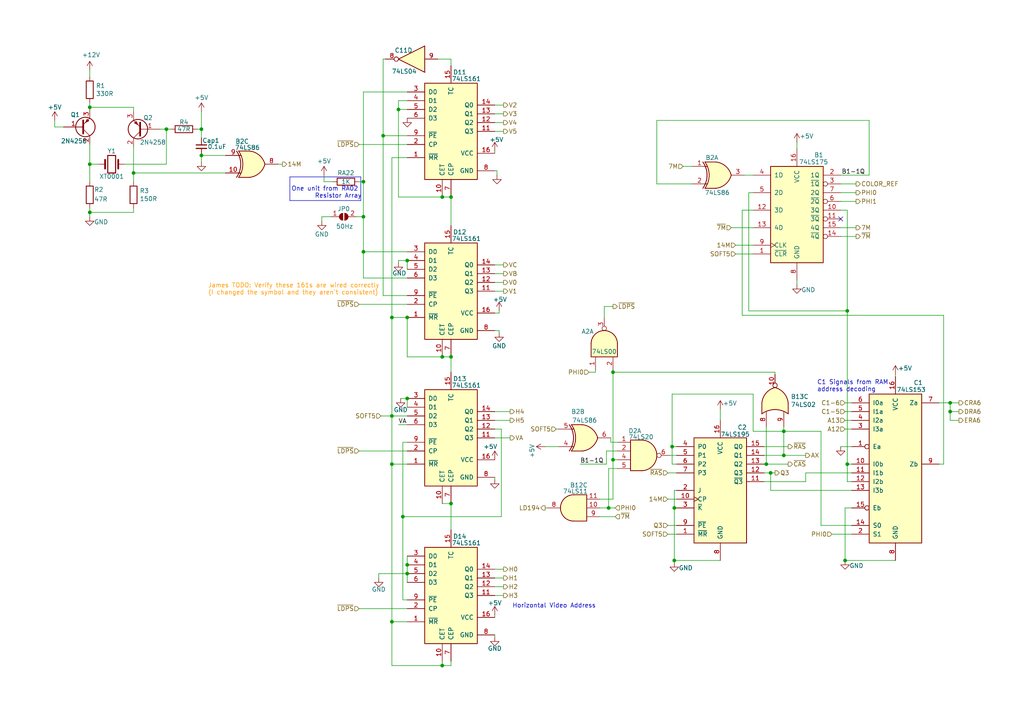
<source format=kicad_sch>
(kicad_sch (version 20230121) (generator eeschema)
  (paper "A4")
  (title_block (title "Apple II+ Schematic") (rev "0") (comment 1 "Captured from the Apple II Reference Manual (1979)"))
  (lib_symbols
    (symbol "74LS161_2" (pin_names (offset 1.016))
      (property "Reference" "U" (at -7.62 15.24 0))
      (property "Value" "74LS161" (at 8.89 -17.78 0))
      (symbol "74LS161_2_1_0"
        (pin input line (at -12.7 -7.62 0) (length 5.08) (name "~{MR}") (number "1"))
        (pin input line (at -2.54 -19.05 90) (length 5.08) (name "CET") (number "10"))
        (pin output line (at 12.7 0 180) (length 5.08) (name "Q3") (number "11"))
        (pin output line (at 12.7 2.54 180) (length 5.08) (name "Q2") (number "12"))
        (pin output line (at 12.7 5.08 180) (length 5.08) (name "Q1") (number "13"))
        (pin output line (at 12.7 7.62 180) (length 5.08) (name "Q0") (number "14"))
        (pin output line (at 0 19.05 270) (length 5.08) (name "TC") (number "15"))
        (pin power_in line (at 12.7 -6.35 180) (length 5.08) (name "VCC") (number "16"))
        (pin input line (at -12.7 -3.81 0) (length 5.08) (name "CP") (number "2"))
        (pin input line (at -12.7 11.43 0) (length 5.08) (name "D0") (number "3"))
        (pin input line (at -12.7 8.89 0) (length 5.08) (name "D1") (number "4"))
        (pin input line (at -12.7 6.35 0) (length 5.08) (name "D2") (number "5"))
        (pin input line (at -12.7 3.81 0) (length 5.08) (name "D3") (number "6"))
        (pin input line (at 0 -19.05 90) (length 5.08) (name "CEP") (number "7"))
        (pin power_in line (at 12.7 -11.43 180) (length 5.08) (name "GND") (number "8"))
        (pin input line (at -12.7 -1.27 0) (length 5.08) (name "~{PE}") (number "9"))
      )
    )
    (symbol "74LS161_3" (pin_names (offset 1.016))
      (property "Reference" "U" (at -7.62 15.24 0))
      (property "Value" "74LS161" (at 8.89 -17.78 0))
      (symbol "74LS161_3_1_0"
        (pin input line (at -12.7 -7.62 0) (length 5.08) (name "~{MR}") (number "1"))
        (pin input line (at -2.54 -19.05 90) (length 5.08) (name "CET") (number "10"))
        (pin output line (at 12.7 0 180) (length 5.08) (name "Q3") (number "11"))
        (pin output line (at 12.7 2.54 180) (length 5.08) (name "Q2") (number "12"))
        (pin output line (at 12.7 5.08 180) (length 5.08) (name "Q1") (number "13"))
        (pin output line (at 12.7 7.62 180) (length 5.08) (name "Q0") (number "14"))
        (pin output line (at 0 19.05 270) (length 5.08) (name "TC") (number "15"))
        (pin power_in line (at 12.7 -6.35 180) (length 5.08) (name "VCC") (number "16"))
        (pin input line (at -12.7 -3.81 0) (length 5.08) (name "CP") (number "2"))
        (pin input line (at -12.7 11.43 0) (length 5.08) (name "D0") (number "3"))
        (pin input line (at -12.7 8.89 0) (length 5.08) (name "D1") (number "4"))
        (pin input line (at -12.7 6.35 0) (length 5.08) (name "D2") (number "5"))
        (pin input line (at -12.7 3.81 0) (length 5.08) (name "D3") (number "6"))
        (pin input line (at 0 -19.05 90) (length 5.08) (name "CEP") (number "7"))
        (pin power_in line (at 12.7 -11.43 180) (length 5.08) (name "GND") (number "8"))
        (pin input line (at -12.7 -1.27 0) (length 5.08) (name "~{PE}") (number "9"))
      )
    )
    (symbol "74xx:74LS00" (pin_names (offset 1.016))
      (property "Reference" "U" (at 0 1.27 0))
      (property "Value" "74LS00" (at 0 -1.27 0))
      (symbol "74LS00_1_1"
        (pin input line (at -7.62 2.54 0) (length 3.81) (name "~") (number "1"))
        (pin input line (at -7.62 -2.54 0) (length 3.81) (name "~") (number "2"))
        (pin output inverted (at 7.62 0 180) (length 3.81) (name "~") (number "3"))
      )
      (symbol "74LS00_1_2"
        (pin input inverted (at -7.62 2.54 0) (length 4.318) (name "~") (number "1"))
        (pin input inverted (at -7.62 -2.54 0) (length 4.318) (name "~") (number "2"))
        (pin output line (at 7.62 0 180) (length 3.81) (name "~") (number "3"))
      )
      (symbol "74LS00_2_1"
        (pin input line (at -7.62 2.54 0) (length 3.81) (name "~") (number "4"))
        (pin input line (at -7.62 -2.54 0) (length 3.81) (name "~") (number "5"))
        (pin output inverted (at 7.62 0 180) (length 3.81) (name "~") (number "6"))
      )
      (symbol "74LS00_2_2"
        (pin input inverted (at -7.62 2.54 0) (length 4.318) (name "~") (number "4"))
        (pin input inverted (at -7.62 -2.54 0) (length 4.318) (name "~") (number "5"))
        (pin output line (at 7.62 0 180) (length 3.81) (name "~") (number "6"))
      )
      (symbol "74LS00_3_1"
        (pin input line (at -7.62 -2.54 0) (length 3.81) (name "~") (number "10"))
        (pin output inverted (at 7.62 0 180) (length 3.81) (name "~") (number "8"))
        (pin input line (at -7.62 2.54 0) (length 3.81) (name "~") (number "9"))
      )
      (symbol "74LS00_3_2"
        (pin input inverted (at -7.62 -2.54 0) (length 4.318) (name "~") (number "10"))
        (pin output line (at 7.62 0 180) (length 3.81) (name "~") (number "8"))
        (pin input inverted (at -7.62 2.54 0) (length 4.318) (name "~") (number "9"))
      )
      (symbol "74LS00_4_1"
        (pin output inverted (at 7.62 0 180) (length 3.81) (name "~") (number "11"))
        (pin input line (at -7.62 2.54 0) (length 3.81) (name "~") (number "12"))
        (pin input line (at -7.62 -2.54 0) (length 3.81) (name "~") (number "13"))
      )
      (symbol "74LS00_4_2"
        (pin output line (at 7.62 0 180) (length 3.81) (name "~") (number "11"))
        (pin input inverted (at -7.62 2.54 0) (length 4.318) (name "~") (number "12"))
        (pin input inverted (at -7.62 -2.54 0) (length 4.318) (name "~") (number "13"))
      )
      (symbol "74LS00_5_0"
        (pin power_in line (at 0 12.7 270) (length 5.08) (name "VCC") (number "14"))
        (pin power_in line (at 0 -12.7 90) (length 5.08) (name "GND") (number "7"))
      )
    )
    (symbol "74xx:74LS02" (pin_names (offset 1.016))
      (property "Reference" "U" (at 0 1.27 0))
      (property "Value" "74LS02" (at 0 -1.27 0))
      (symbol "74LS02_1_1"
        (pin output inverted (at 7.62 0 180) (length 3.81) (name "~") (number "1"))
        (pin input line (at -7.62 2.54 0) (length 4.318) (name "~") (number "2"))
        (pin input line (at -7.62 -2.54 0) (length 4.318) (name "~") (number "3"))
      )
      (symbol "74LS02_1_2"
        (pin output line (at 7.62 0 180) (length 3.81) (name "~") (number "1"))
        (pin input inverted (at -7.62 2.54 0) (length 3.81) (name "~") (number "2"))
        (pin input inverted (at -7.62 -2.54 0) (length 3.81) (name "~") (number "3"))
      )
      (symbol "74LS02_2_1"
        (pin output inverted (at 7.62 0 180) (length 3.81) (name "~") (number "4"))
        (pin input line (at -7.62 2.54 0) (length 4.318) (name "~") (number "5"))
        (pin input line (at -7.62 -2.54 0) (length 4.318) (name "~") (number "6"))
      )
      (symbol "74LS02_2_2"
        (pin output line (at 7.62 0 180) (length 3.81) (name "~") (number "4"))
        (pin input inverted (at -7.62 2.54 0) (length 3.81) (name "~") (number "5"))
        (pin input inverted (at -7.62 -2.54 0) (length 3.81) (name "~") (number "6"))
      )
      (symbol "74LS02_3_1"
        (pin output inverted (at 7.62 0 180) (length 3.81) (name "~") (number "10"))
        (pin input line (at -7.62 2.54 0) (length 4.318) (name "~") (number "8"))
        (pin input line (at -7.62 -2.54 0) (length 4.318) (name "~") (number "9"))
      )
      (symbol "74LS02_3_2"
        (pin output line (at 7.62 0 180) (length 3.81) (name "~") (number "10"))
        (pin input inverted (at -7.62 2.54 0) (length 3.81) (name "~") (number "8"))
        (pin input inverted (at -7.62 -2.54 0) (length 3.81) (name "~") (number "9"))
      )
      (symbol "74LS02_4_1"
        (pin input line (at -7.62 2.54 0) (length 4.318) (name "~") (number "11"))
        (pin input line (at -7.62 -2.54 0) (length 4.318) (name "~") (number "12"))
        (pin output inverted (at 7.62 0 180) (length 3.81) (name "~") (number "13"))
      )
      (symbol "74LS02_4_2"
        (pin input inverted (at -7.62 2.54 0) (length 3.81) (name "~") (number "11"))
        (pin input inverted (at -7.62 -2.54 0) (length 3.81) (name "~") (number "12"))
        (pin output line (at 7.62 0 180) (length 3.81) (name "~") (number "13"))
      )
      (symbol "74LS02_5_0"
        (pin power_in line (at 0 12.7 270) (length 5.08) (name "VCC") (number "14"))
        (pin power_in line (at 0 -12.7 90) (length 5.08) (name "GND") (number "7"))
      )
    )
    (symbol "74xx:74LS04"
      (property "Reference" "U" (at 0 1.27 0))
      (property "Value" "74LS04" (at 0 -1.27 0))
      (symbol "74LS04_1_0"
        (pin input line (at -7.62 0 0) (length 3.81) (name "~") (number "1"))
        (pin output inverted (at 7.62 0 180) (length 3.81) (name "~") (number "2"))
      )
      (symbol "74LS04_2_0"
        (pin input line (at -7.62 0 0) (length 3.81) (name "~") (number "3"))
        (pin output inverted (at 7.62 0 180) (length 3.81) (name "~") (number "4"))
      )
      (symbol "74LS04_3_0"
        (pin input line (at -7.62 0 0) (length 3.81) (name "~") (number "5"))
        (pin output inverted (at 7.62 0 180) (length 3.81) (name "~") (number "6"))
      )
      (symbol "74LS04_4_0"
        (pin output inverted (at 7.62 0 180) (length 3.81) (name "~") (number "8"))
        (pin input line (at -7.62 0 0) (length 3.81) (name "~") (number "9"))
      )
      (symbol "74LS04_5_0"
        (pin output inverted (at 7.62 0 180) (length 3.81) (name "~") (number "10"))
        (pin input line (at -7.62 0 0) (length 3.81) (name "~") (number "11"))
      )
      (symbol "74LS04_6_0"
        (pin output inverted (at 7.62 0 180) (length 3.81) (name "~") (number "12"))
        (pin input line (at -7.62 0 0) (length 3.81) (name "~") (number "13"))
      )
      (symbol "74LS04_7_0"
        (pin power_in line (at 0 12.7 270) (length 5.08) (name "VCC") (number "14"))
        (pin power_in line (at 0 -12.7 90) (length 5.08) (name "GND") (number "7"))
      )
    )
    (symbol "74xx:74LS11" (pin_names (offset 1.016))
      (property "Reference" "U" (at 0 1.27 0))
      (property "Value" "74LS11" (at 0 -1.27 0))
      (symbol "74LS11_1_1"
        (pin input line (at -7.62 2.54 0) (length 3.81) (name "~") (number "1"))
        (pin output line (at 7.62 0 180) (length 3.81) (name "~") (number "12"))
        (pin input line (at -7.62 -2.54 0) (length 3.81) (name "~") (number "13"))
        (pin input line (at -7.62 0 0) (length 3.81) (name "~") (number "2"))
      )
      (symbol "74LS11_1_2"
        (pin input inverted (at -7.62 2.54 0) (length 4.318) (name "~") (number "1"))
        (pin output inverted (at 7.62 0 180) (length 3.81) (name "~") (number "12"))
        (pin input inverted (at -7.62 -2.54 0) (length 4.318) (name "~") (number "13"))
        (pin input inverted (at -7.62 0 0) (length 4.953) (name "~") (number "2"))
      )
      (symbol "74LS11_2_1"
        (pin input line (at -7.62 2.54 0) (length 3.81) (name "~") (number "3"))
        (pin input line (at -7.62 0 0) (length 3.81) (name "~") (number "4"))
        (pin input line (at -7.62 -2.54 0) (length 3.81) (name "~") (number "5"))
        (pin output line (at 7.62 0 180) (length 3.81) (name "~") (number "6"))
      )
      (symbol "74LS11_2_2"
        (pin input inverted (at -7.62 2.54 0) (length 4.318) (name "~") (number "3"))
        (pin input inverted (at -7.62 0 0) (length 4.953) (name "~") (number "4"))
        (pin input inverted (at -7.62 -2.54 0) (length 4.318) (name "~") (number "5"))
        (pin output inverted (at 7.62 0 180) (length 3.81) (name "~") (number "6"))
      )
      (symbol "74LS11_3_1"
        (pin input line (at -7.62 0 0) (length 3.81) (name "~") (number "10"))
        (pin input line (at -7.62 -2.54 0) (length 3.81) (name "~") (number "11"))
        (pin output line (at 7.62 0 180) (length 3.81) (name "~") (number "8"))
        (pin input line (at -7.62 2.54 0) (length 3.81) (name "~") (number "9"))
      )
      (symbol "74LS11_3_2"
        (pin input inverted (at -7.62 0 0) (length 4.953) (name "~") (number "10"))
        (pin input inverted (at -7.62 -2.54 0) (length 4.318) (name "~") (number "11"))
        (pin output inverted (at 7.62 0 180) (length 3.81) (name "~") (number "8"))
        (pin input inverted (at -7.62 2.54 0) (length 4.318) (name "~") (number "9"))
      )
      (symbol "74LS11_4_0"
        (pin power_in line (at 0 12.7 270) (length 5.08) (name "VCC") (number "14"))
        (pin power_in line (at 0 -12.7 90) (length 5.08) (name "GND") (number "7"))
      )
    )
    (symbol "74xx:74LS153" (pin_names (offset 1.016))
      (property "Reference" "U" (at -7.62 21.59 0))
      (property "Value" "74LS153" (at -7.62 -24.13 0))
      (symbol "74LS153_1_0"
        (pin input inverted (at -12.7 5.08 0) (length 5.08) (name "Ea") (number "1"))
        (pin input line (at -12.7 0 0) (length 5.08) (name "I0b") (number "10"))
        (pin input line (at -12.7 -2.54 0) (length 5.08) (name "I1b") (number "11"))
        (pin input line (at -12.7 -5.08 0) (length 5.08) (name "I2b") (number "12"))
        (pin input line (at -12.7 -7.62 0) (length 5.08) (name "I3b") (number "13"))
        (pin input line (at -12.7 -17.78 0) (length 5.08) (name "S0") (number "14"))
        (pin input inverted (at -12.7 -12.7 0) (length 5.08) (name "Eb") (number "15"))
        (pin power_in line (at 0 25.4 270) (length 5.08) (name "VCC") (number "16"))
        (pin input line (at -12.7 -20.32 0) (length 5.08) (name "S1") (number "2"))
        (pin input line (at -12.7 10.16 0) (length 5.08) (name "I3a") (number "3"))
        (pin input line (at -12.7 12.7 0) (length 5.08) (name "I2a") (number "4"))
        (pin input line (at -12.7 15.24 0) (length 5.08) (name "I1a") (number "5"))
        (pin input line (at -12.7 17.78 0) (length 5.08) (name "I0a") (number "6"))
        (pin output line (at 12.7 17.78 180) (length 5.08) (name "Za") (number "7"))
        (pin power_in line (at 0 -27.94 90) (length 5.08) (name "GND") (number "8"))
        (pin output line (at 12.7 0 180) (length 5.08) (name "Zb") (number "9"))
      )
    )
    (symbol "74xx:74LS195" (pin_names (offset 1.016))
      (property "Reference" "U" (at -7.62 16.51 0))
      (property "Value" "74LS195" (at -7.62 -16.51 0))
      (symbol "74LS195_1_0"
        (pin input line (at -12.7 -12.7 0) (length 5.08) (name "~{MR}") (number "1"))
        (pin input clock (at -12.7 -2.54 0) (length 5.08) (name "CP") (number "10"))
        (pin output line (at 12.7 2.54 180) (length 5.08) (name "~{Q3}") (number "11"))
        (pin output line (at 12.7 5.08 180) (length 5.08) (name "Q3") (number "12"))
        (pin output line (at 12.7 7.62 180) (length 5.08) (name "Q2") (number "13"))
        (pin output line (at 12.7 10.16 180) (length 5.08) (name "Q1") (number "14"))
        (pin output line (at 12.7 12.7 180) (length 5.08) (name "Q0") (number "15"))
        (pin power_in line (at 0 20.32 270) (length 5.08) (name "VCC") (number "16"))
        (pin input line (at -12.7 0 0) (length 5.08) (name "J") (number "2"))
        (pin input line (at -12.7 -5.08 0) (length 5.08) (name "~{K}") (number "3"))
        (pin input line (at -12.7 12.7 0) (length 5.08) (name "P0") (number "4"))
        (pin input line (at -12.7 10.16 0) (length 5.08) (name "P1") (number "5"))
        (pin input line (at -12.7 7.62 0) (length 5.08) (name "P2") (number "6"))
        (pin input line (at -12.7 5.08 0) (length 5.08) (name "P3") (number "7"))
        (pin power_in line (at 0 -20.32 90) (length 5.08) (name "GND") (number "8"))
        (pin input line (at -12.7 -10.16 0) (length 5.08) (name "~{PE}") (number "9"))
      )
    )
    (symbol "74xx:74LS20" (pin_names (offset 1.016))
      (property "Reference" "U" (at 0 1.27 0))
      (property "Value" "74LS20" (at 0 -1.27 0))
      (symbol "74LS20_1_1"
        (pin input line (at -7.62 3.81 0) (length 3.81) (name "~") (number "1"))
        (pin input line (at -7.62 1.27 0) (length 3.81) (name "~") (number "2"))
        (pin input line (at -7.62 -1.27 0) (length 3.81) (name "~") (number "4"))
        (pin input line (at -7.62 -3.81 0) (length 3.81) (name "~") (number "5"))
        (pin output inverted (at 7.62 0 180) (length 3.81) (name "~") (number "6"))
      )
      (symbol "74LS20_1_2"
        (pin input inverted (at -7.62 3.81 0) (length 3.81) (name "~") (number "1"))
        (pin input inverted (at -7.62 1.27 0) (length 4.826) (name "~") (number "2"))
        (pin input inverted (at -7.62 -1.27 0) (length 4.826) (name "~") (number "4"))
        (pin input inverted (at -7.62 -3.81 0) (length 3.81) (name "~") (number "5"))
        (pin output line (at 7.62 0 180) (length 3.81) (name "~") (number "6"))
      )
      (symbol "74LS20_2_1"
        (pin input line (at -7.62 1.27 0) (length 3.81) (name "~") (number "10"))
        (pin input line (at -7.62 -1.27 0) (length 3.81) (name "~") (number "12"))
        (pin input line (at -7.62 -3.81 0) (length 3.81) (name "~") (number "13"))
        (pin output inverted (at 7.62 0 180) (length 3.81) (name "~") (number "8"))
        (pin input line (at -7.62 3.81 0) (length 3.81) (name "~") (number "9"))
      )
      (symbol "74LS20_2_2"
        (pin input inverted (at -7.62 1.27 0) (length 4.826) (name "~") (number "10"))
        (pin input inverted (at -7.62 -1.27 0) (length 4.826) (name "~") (number "12"))
        (pin input inverted (at -7.62 -3.81 0) (length 3.81) (name "~") (number "13"))
        (pin output line (at 7.62 0 180) (length 3.81) (name "~") (number "8"))
        (pin input inverted (at -7.62 3.81 0) (length 3.81) (name "~") (number "9"))
      )
      (symbol "74LS20_3_0"
        (pin power_in line (at 0 12.7 270) (length 5.08) (name "VCC") (number "14"))
        (pin power_in line (at 0 -12.7 90) (length 5.08) (name "GND") (number "7"))
      )
    )
    (symbol "74xx:74LS86" (pin_names (offset 1.016))
      (property "Reference" "U" (at 0 1.27 0))
      (property "Value" "74LS86" (at 0 -1.27 0))
      (symbol "74LS86_1_0"
        (pin input line (at -7.62 2.54 0) (length 4.445) (name "~") (number "1"))
        (pin input line (at -7.62 -2.54 0) (length 4.445) (name "~") (number "2"))
        (pin output line (at 7.62 0 180) (length 3.81) (name "~") (number "3"))
      )
      (symbol "74LS86_2_0"
        (pin input line (at -7.62 2.54 0) (length 4.445) (name "~") (number "4"))
        (pin input line (at -7.62 -2.54 0) (length 4.445) (name "~") (number "5"))
        (pin output line (at 7.62 0 180) (length 3.81) (name "~") (number "6"))
      )
      (symbol "74LS86_3_0"
        (pin input line (at -7.62 -2.54 0) (length 4.445) (name "~") (number "10"))
        (pin output line (at 7.62 0 180) (length 3.81) (name "~") (number "8"))
        (pin input line (at -7.62 2.54 0) (length 4.445) (name "~") (number "9"))
      )
      (symbol "74LS86_4_0"
        (pin output line (at 7.62 0 180) (length 3.81) (name "~") (number "11"))
        (pin input line (at -7.62 2.54 0) (length 4.445) (name "~") (number "12"))
        (pin input line (at -7.62 -2.54 0) (length 4.445) (name "~") (number "13"))
      )
      (symbol "74LS86_5_0"
        (pin power_in line (at 0 12.7 270) (length 5.08) (name "VCC") (number "14"))
        (pin power_in line (at 0 -12.7 90) (length 5.08) (name "GND") (number "7"))
      )
    )
    (symbol "AppleII+:74LS161" (pin_names (offset 1.016))
      (property "Reference" "U" (at -7.62 15.24 0))
      (property "Value" "74LS161" (at 8.89 -17.78 0))
      (symbol "74LS161_1_0"
        (pin input line (at -12.7 -7.62 0) (length 5.08) (name "~{MR}") (number "1"))
        (pin input line (at -2.54 -19.05 90) (length 5.08) (name "CET") (number "10"))
        (pin output line (at 12.7 0 180) (length 5.08) (name "Q3") (number "11"))
        (pin output line (at 12.7 2.54 180) (length 5.08) (name "Q2") (number "12"))
        (pin output line (at 12.7 5.08 180) (length 5.08) (name "Q1") (number "13"))
        (pin output line (at 12.7 7.62 180) (length 5.08) (name "Q0") (number "14"))
        (pin output line (at 0 19.05 270) (length 5.08) (name "TC") (number "15"))
        (pin power_in line (at 12.7 -6.35 180) (length 5.08) (name "VCC") (number "16"))
        (pin input line (at -12.7 -3.81 0) (length 5.08) (name "CP") (number "2"))
        (pin input line (at -12.7 11.43 0) (length 5.08) (name "D0") (number "3"))
        (pin input line (at -12.7 8.89 0) (length 5.08) (name "D1") (number "4"))
        (pin input line (at -12.7 6.35 0) (length 5.08) (name "D2") (number "5"))
        (pin input line (at -12.7 3.81 0) (length 5.08) (name "D3") (number "6"))
        (pin input line (at 0 -19.05 90) (length 5.08) (name "CEP") (number "7"))
        (pin power_in line (at 12.7 -11.43 180) (length 5.08) (name "GND") (number "8"))
        (pin input line (at -12.7 -1.27 0) (length 5.08) (name "~{PE}") (number "9"))
      )
    )
    (symbol "AppleII+:74LS175" (pin_names (offset 1.016))
      (property "Reference" "U" (at -7.62 13.97 0))
      (property "Value" "74LS175" (at -7.62 -16.51 0))
      (symbol "74LS175_1_0"
        (pin input line (at -12.7 -12.7 0) (length 5.08) (name "~{CLR}") (number "1"))
        (pin output line (at 12.7 0 180) (length 5.08) (name "3Q") (number "10"))
        (pin output inverted (at 12.7 -2.54 180) (length 5.08) (name "~{3Q}") (number "11"))
        (pin input line (at -12.7 0 0) (length 5.08) (name "3D") (number "12"))
        (pin input line (at -12.7 -5.08 0) (length 5.08) (name "4D") (number "13"))
        (pin output inverted (at 12.7 -7.62 180) (length 5.08) (name "~{4Q}") (number "14"))
        (pin output line (at 12.7 -5.08 180) (length 5.08) (name "4Q") (number "15"))
        (pin power_in line (at 0 17.78 270) (length 5.08) (name "VCC") (number "16"))
        (pin output line (at 12.7 10.16 180) (length 5.08) (name "1Q") (number "2"))
        (pin output inverted (at 12.7 7.62 180) (length 5.08) (name "~{1Q}") (number "3"))
        (pin input line (at -12.7 10.16 0) (length 5.08) (name "1D") (number "4"))
        (pin input line (at -12.7 5.08 0) (length 5.08) (name "2D") (number "5"))
        (pin output inverted (at 12.7 2.54 180) (length 5.08) (name "~{2Q}") (number "6"))
        (pin output line (at 12.7 5.08 180) (length 5.08) (name "2Q") (number "7"))
        (pin power_in line (at 0 -20.32 90) (length 5.08) (name "GND") (number "8"))
        (pin input clock (at -12.7 -10.16 0) (length 5.08) (name "CLK") (number "9"))
      )
    )
    (symbol "Device:C_Small" (pin_numbers hide) (pin_names (offset 0.254) hide)
      (property "Reference" "C" (at 0.254 1.778 0))
      (property "Value" "C_Small" (at 0.254 -2.032 0))
      (symbol "C_Small_1_1"
        (pin passive line (at 0 2.54 270) (length 2.032) (name "~") (number "1"))
        (pin passive line (at 0 -2.54 90) (length 2.032) (name "~") (number "2"))
      )
    )
    (symbol "Device:Crystal" (pin_numbers hide) (pin_names (offset 1.016) hide)
      (property "Reference" "Y" (at 0 3.81 0))
      (property "Value" "Crystal" (at 0 -3.81 0))
      (symbol "Crystal_1_1"
        (pin passive line (at -3.81 0 0) (length 1.27) (name "1") (number "1"))
        (pin passive line (at 3.81 0 180) (length 1.27) (name "2") (number "2"))
      )
    )
    (symbol "Device:Q_PNP_BCE" (pin_names (offset 0) hide)
      (property "Reference" "Q" (at 5.08 1.27 0))
      (property "Value" "Q_PNP_BCE" (at 5.08 -1.27 0))
      (symbol "Q_PNP_BCE_1_1"
        (pin input line (at -5.08 0 0) (length 5.715) (name "B") (number "1"))
        (pin passive line (at 2.54 5.08 270) (length 2.54) (name "C") (number "2"))
        (pin passive line (at 2.54 -5.08 90) (length 2.54) (name "E") (number "3"))
      )
    )
    (symbol "Device:R" (pin_numbers hide) (pin_names (offset 0))
      (property "Reference" "R" (at 2.032 0 90))
      (property "Value" "R" (at 0 0 90))
      (symbol "R_1_1"
        (pin passive line (at 0 3.81 270) (length 1.27) (name "~") (number "1"))
        (pin passive line (at 0 -3.81 90) (length 1.27) (name "~") (number "2"))
      )
    )
    (symbol "Jumper:SolderJumper_2_Open" (pin_names (offset 0) hide)
      (property "Reference" "JP" (at 0 2.032 0))
      (property "Value" "SolderJumper_2_Open" (at 0 -2.54 0))
      (symbol "SolderJumper_2_Open_1_1"
        (pin passive line (at -3.81 0 0) (length 2.54) (name "A") (number "1"))
        (pin passive line (at 3.81 0 180) (length 2.54) (name "B") (number "2"))
      )
    )
    (symbol "power:+12V" (power) (pin_names (offset 0))
      (property "Value" "+12V" (at 0 3.556 0))
      (symbol "+12V_1_1"
        (pin power_in line (at 0 0 90) (length 0) hide (name "+12V") (number "1"))
      )
    )
    (symbol "power:+5V" (power) (pin_names (offset 0))
      (property "Value" "+5V" (at 0 3.556 0))
      (symbol "+5V_1_1"
        (pin power_in line (at 0 0 90) (length 0) hide (name "+5V") (number "1"))
      )
    )
    (symbol "power:GND" (power) (pin_names (offset 0))
      (property "Value" "GND" (at 0 -3.81 0))
      (symbol "GND_1_1"
        (pin power_in line (at 0 0 270) (length 0) hide (name "GND") (number "1"))
      )
    )
  )
  (junction (at 227.33 132.08))
  (junction (at 113.665 180.34))
  (junction (at 116.84 149.86))
  (junction (at 26.035 47.625))
  (junction (at 245.745 90.17))
  (junction (at 26.035 31.115))
  (junction (at 195.58 162.56))
  (junction (at 58.42 45.085))
  (junction (at 128.27 193.04))
  (junction (at 118.11 75.565))
  (junction (at 227.33 125.095))
  (junction (at 113.665 92.075))
  (junction (at 194.945 129.54))
  (junction (at 118.11 115.57))
  (junction (at 177.8 133.35))
  (junction (at 115.57 31.75))
  (junction (at 111.125 39.37))
  (junction (at 26.035 61.595))
  (junction (at 223.52 137.16))
  (junction (at 128.27 103.505))
  (junction (at 105.41 52.705))
  (junction (at 38.735 50.165))
  (junction (at 245.11 162.56))
  (junction (at 130.81 57.15))
  (junction (at 195.58 147.32))
  (junction (at 48.26 37.465))
  (junction (at 113.665 134.62))
  (junction (at 118.11 163.83))
  (junction (at 130.81 146.05))
  (junction (at 118.11 166.37))
  (junction (at 177.8 107.95))
  (junction (at 105.41 73.025))
  (junction (at 118.11 92.075))
  (junction (at 245.745 134.62))
  (junction (at 128.27 57.15))
  (junction (at 130.81 103.505))
  (junction (at 105.41 62.865))
  (junction (at 113.665 120.65))
  (junction (at 275.59 116.84))
  (junction (at 176.53 147.32))
  (junction (at 222.25 134.62))
  (junction (at 58.42 37.465))
  (junction (at 275.59 119.38))
  (no_connect (at 243.84 63.5))
  (wire (pts (xy 144.145 49.53) (xy 144.145 50.8)))
  (wire (pts (xy 118.11 39.37) (xy 111.125 39.37)))
  (wire (pts (xy 145.415 124.46) (xy 145.415 149.86)))
  (wire (pts (xy 245.11 162.56) (xy 259.715 162.56)))
  (wire (pts (xy 215.9 50.8) (xy 218.44 50.8)))
  (wire (pts (xy 193.675 152.4) (xy 196.215 152.4)))
  (wire (pts (xy 217.17 55.88) (xy 218.44 55.88)))
  (wire (pts (xy 238.125 125.095) (xy 238.125 152.4)))
  (wire (pts (xy 113.665 134.62) (xy 113.665 180.34)))
  (wire (pts (xy 177.8 133.35) (xy 179.07 133.35)))
  (wire (pts (xy 130.81 57.15) (xy 130.81 65.405)))
  (wire (pts (xy 227.33 125.095) (xy 227.33 132.08)))
  (wire (pts (xy 177.165 128.27) (xy 179.07 128.27)))
  (wire (pts (xy 227.33 125.095) (xy 238.125 125.095)))
  (wire (pts (xy 243.84 58.42) (xy 248.285 58.42)))
  (wire (pts (xy 215.265 91.44) (xy 215.265 60.96)))
  (wire (pts (xy 177.8 133.35) (xy 177.8 144.78)))
  (wire (pts (xy 259.715 108.585) (xy 259.715 109.22)))
  (wire (pts (xy 111.125 85.725) (xy 118.11 85.725)))
  (wire (pts (xy 26.035 29.845) (xy 26.035 31.115)))
  (wire (pts (xy 113.665 180.34) (xy 113.665 193.04)))
  (wire (pts (xy 275.59 116.84) (xy 278.13 116.84)))
  (wire (pts (xy 118.11 103.505) (xy 128.27 103.505)))
  (wire (pts (xy 118.11 26.67) (xy 105.41 26.67)))
  (wire (pts (xy 116.84 128.27) (xy 116.84 149.86)))
  (wire (pts (xy 195.58 162.56) (xy 208.915 162.56)))
  (wire (pts (xy 245.745 90.17) (xy 245.745 134.62)))
  (wire (pts (xy 273.685 134.62) (xy 273.685 91.44)))
  (wire (pts (xy 272.415 134.62) (xy 273.685 134.62)))
  (wire (pts (xy 111.125 17.145) (xy 111.76 17.145)))
  (wire (pts (xy 15.875 34.925) (xy 15.875 36.83)))
  (wire (pts (xy 116.84 149.86) (xy 116.84 173.99)))
  (wire (pts (xy 190.5 34.925) (xy 190.5 53.34)))
  (wire (pts (xy 93.345 62.865) (xy 95.885 62.865)))
  (wire (pts (xy 275.59 116.84) (xy 275.59 119.38)))
  (wire (pts (xy 245.745 60.96) (xy 245.745 90.17)))
  (wire (pts (xy 158.115 129.54) (xy 161.925 129.54)))
  (wire (pts (xy 38.735 32.385) (xy 38.735 31.115)))
  (wire (pts (xy 194.945 129.54) (xy 194.945 114.3)))
  (wire (pts (xy 243.84 66.04) (xy 248.285 66.04)))
  (wire (pts (xy 130.81 146.05) (xy 130.81 153.67)))
  (wire (pts (xy 113.665 120.65) (xy 118.11 120.65)))
  (wire (pts (xy 245.11 147.32) (xy 245.11 162.56)))
  (wire (pts (xy 176.53 135.89) (xy 179.07 135.89)))
  (wire (pts (xy 118.11 75.565) (xy 118.11 78.105)))
  (wire (pts (xy 190.5 34.925) (xy 252.095 34.925)))
  (wire (pts (xy 115.57 29.21) (xy 115.57 31.75)))
  (wire (pts (xy 177.165 127) (xy 177.165 128.27)))
  (wire (pts (xy 105.41 73.025) (xy 105.41 80.645)))
  (wire (pts (xy 143.51 44.45) (xy 143.51 43.815)))
  (wire (pts (xy 38.735 42.545) (xy 38.735 50.165)))
  (wire (pts (xy 38.735 31.115) (xy 26.035 31.115)))
  (wire (pts (xy 218.44 114.3) (xy 218.44 125.095)))
  (wire (pts (xy 26.035 52.705) (xy 26.035 47.625)))
  (wire (pts (xy 143.51 170.18) (xy 146.05 170.18)))
  (wire (pts (xy 177.8 88.9) (xy 175.26 88.9)))
  (wire (pts (xy 115.57 123.19) (xy 118.11 123.19)))
  (wire (pts (xy 275.59 119.38) (xy 278.13 119.38)))
  (wire (pts (xy 118.11 92.075) (xy 118.11 103.505)))
  (wire (pts (xy 143.51 76.835) (xy 146.05 76.835)))
  (wire (pts (xy 36.195 47.625) (xy 48.26 47.625)))
  (wire (pts (xy 221.615 132.08) (xy 227.33 132.08)))
  (wire (pts (xy 93.98 52.705) (xy 96.52 52.705)))
  (wire (pts (xy 118.11 166.37) (xy 109.855 166.37)))
  (wire (pts (xy 130.81 17.145) (xy 130.81 19.05)))
  (wire (pts (xy 111.125 17.145) (xy 111.125 39.37)))
  (wire (pts (xy 104.14 41.91) (xy 118.11 41.91)))
  (wire (pts (xy 26.035 61.595) (xy 26.035 60.325)))
  (wire (pts (xy 115.57 76.2) (xy 115.57 75.565)))
  (wire (pts (xy 245.745 134.62) (xy 247.015 134.62)))
  (wire (pts (xy 105.41 62.865) (xy 105.41 73.025)))
  (wire (pts (xy 168.275 134.62) (xy 175.895 134.62)))
  (wire (pts (xy 275.59 121.92) (xy 278.13 121.92)))
  (wire (pts (xy 195.58 147.32) (xy 195.58 162.56)))
  (wire (pts (xy 105.41 26.67) (xy 105.41 52.705)))
  (polyline (pts (xy 104.648 58.166) (xy 84.074 58.166)))
  (wire (pts (xy 233.68 132.08) (xy 227.33 132.08)))
  (wire (pts (xy 38.735 50.165) (xy 38.735 52.705)))
  (wire (pts (xy 241.3 154.94) (xy 247.015 154.94)))
  (wire (pts (xy 143.51 127) (xy 147.955 127)))
  (wire (pts (xy 128.27 146.05) (xy 130.81 146.05)))
  (wire (pts (xy 144.78 90.805) (xy 144.78 90.17)))
  (wire (pts (xy 105.41 80.645) (xy 118.11 80.645)))
  (wire (pts (xy 118.11 45.72) (xy 113.665 45.72)))
  (wire (pts (xy 172.72 107.95) (xy 172.72 107.315)))
  (wire (pts (xy 93.98 50.8) (xy 93.98 52.705)))
  (wire (pts (xy 238.125 152.4) (xy 247.015 152.4)))
  (wire (pts (xy 143.51 79.375) (xy 146.05 79.375)))
  (wire (pts (xy 143.51 167.64) (xy 146.05 167.64)))
  (wire (pts (xy 177.8 107.95) (xy 177.8 133.35)))
  (wire (pts (xy 272.415 116.84) (xy 275.59 116.84)))
  (wire (pts (xy 128.27 193.04) (xy 128.27 191.77)))
  (wire (pts (xy 222.25 134.62) (xy 228.6 134.62)))
  (wire (pts (xy 80.645 47.625) (xy 81.915 47.625)))
  (wire (pts (xy 243.84 68.58) (xy 248.285 68.58)))
  (wire (pts (xy 104.14 88.265) (xy 118.11 88.265)))
  (wire (pts (xy 208.915 118.745) (xy 208.915 121.92)))
  (wire (pts (xy 245.11 124.46) (xy 247.015 124.46)))
  (wire (pts (xy 194.945 129.54) (xy 194.945 134.62)))
  (wire (pts (xy 176.53 147.32) (xy 176.53 135.89)))
  (wire (pts (xy 213.36 71.12) (xy 218.44 71.12)))
  (wire (pts (xy 58.42 45.085) (xy 65.405 45.085)))
  (wire (pts (xy 194.945 129.54) (xy 196.215 129.54)))
  (wire (pts (xy 118.11 166.37) (xy 118.11 163.83)))
  (wire (pts (xy 143.51 184.785) (xy 143.51 184.15)))
  (wire (pts (xy 58.42 32.385) (xy 58.42 37.465)))
  (wire (pts (xy 130.81 107.95) (xy 130.81 103.505)))
  (wire (pts (xy 158.115 147.32) (xy 158.75 147.32)))
  (wire (pts (xy 143.51 49.53) (xy 144.145 49.53)))
  (wire (pts (xy 179.07 130.81) (xy 175.895 130.81)))
  (wire (pts (xy 243.84 53.34) (xy 248.285 53.34)))
  (wire (pts (xy 221.615 134.62) (xy 222.25 134.62)))
  (wire (pts (xy 193.675 144.78) (xy 196.215 144.78)))
  (wire (pts (xy 170.815 107.95) (xy 172.72 107.95)))
  (wire (pts (xy 175.26 88.9) (xy 175.26 92.075)))
  (wire (pts (xy 128.27 103.505) (xy 130.81 103.505)))
  (wire (pts (xy 173.99 144.78) (xy 177.8 144.78)))
  (wire (pts (xy 222.25 134.62) (xy 222.25 123.825)))
  (wire (pts (xy 143.51 119.38) (xy 147.955 119.38)))
  (wire (pts (xy 26.035 31.115) (xy 26.035 31.75)))
  (wire (pts (xy 38.735 60.325) (xy 38.735 61.595)))
  (wire (pts (xy 275.59 119.38) (xy 275.59 121.92)))
  (wire (pts (xy 128.27 193.04) (xy 130.81 193.04)))
  (wire (pts (xy 28.575 47.625) (xy 26.035 47.625)))
  (wire (pts (xy 144.78 95.885) (xy 144.78 96.52)))
  (wire (pts (xy 223.52 142.24) (xy 247.015 142.24)))
  (wire (pts (xy 105.41 52.705) (xy 105.41 62.865)))
  (wire (pts (xy 26.035 20.32) (xy 26.035 22.225)))
  (wire (pts (xy 217.17 90.17) (xy 217.17 55.88)))
  (wire (pts (xy 247.015 139.7) (xy 245.745 139.7)))
  (wire (pts (xy 233.68 137.16) (xy 247.015 137.16)))
  (wire (pts (xy 118.11 29.21) (xy 115.57 29.21)))
  (wire (pts (xy 273.685 91.44) (xy 215.265 91.44)))
  (wire (pts (xy 221.615 139.7) (xy 233.68 139.7)))
  (wire (pts (xy 116.84 173.99) (xy 118.11 173.99)))
  (wire (pts (xy 128.27 57.15) (xy 130.81 57.15)))
  (wire (pts (xy 93.345 64.135) (xy 93.345 62.865)))
  (wire (pts (xy 143.51 121.92) (xy 147.955 121.92)))
  (wire (pts (xy 245.11 119.38) (xy 247.015 119.38)))
  (wire (pts (xy 190.5 53.34) (xy 200.66 53.34)))
  (wire (pts (xy 193.675 154.94) (xy 196.215 154.94)))
  (wire (pts (xy 118.11 163.83) (xy 118.11 161.29)))
  (wire (pts (xy 245.745 134.62) (xy 245.745 139.7)))
  (wire (pts (xy 176.53 147.32) (xy 178.435 147.32)))
  (polyline (pts (xy 84.074 51.308) (xy 104.648 51.308)))
  (wire (pts (xy 118.11 168.91) (xy 118.11 166.37)))
  (wire (pts (xy 118.11 115.57) (xy 116.205 115.57)))
  (wire (pts (xy 118.11 115.57) (xy 118.11 118.11)))
  (wire (pts (xy 195.58 147.32) (xy 196.215 147.32)))
  (wire (pts (xy 113.665 45.72) (xy 113.665 92.075)))
  (wire (pts (xy 194.945 134.62) (xy 196.215 134.62)))
  (wire (pts (xy 143.51 172.72) (xy 146.05 172.72)))
  (wire (pts (xy 26.035 41.91) (xy 26.035 47.625)))
  (wire (pts (xy 245.11 116.84) (xy 247.015 116.84)))
  (wire (pts (xy 65.405 50.165) (xy 38.735 50.165)))
  (wire (pts (xy 143.51 124.46) (xy 145.415 124.46)))
  (wire (pts (xy 113.665 92.075) (xy 113.665 120.65)))
  (wire (pts (xy 48.26 37.465) (xy 49.53 37.465)))
  (wire (pts (xy 113.665 120.65) (xy 113.665 134.62)))
  (wire (pts (xy 178.435 149.86) (xy 173.99 149.86)))
  (wire (pts (xy 245.11 121.92) (xy 247.015 121.92)))
  (wire (pts (xy 38.735 61.595) (xy 26.035 61.595)))
  (wire (pts (xy 194.31 132.08) (xy 196.215 132.08)))
  (wire (pts (xy 113.665 180.34) (xy 118.11 180.34)))
  (wire (pts (xy 104.14 52.705) (xy 105.41 52.705)))
  (wire (pts (xy 173.99 147.32) (xy 176.53 147.32)))
  (wire (pts (xy 177.8 107.315) (xy 177.8 107.95)))
  (wire (pts (xy 252.095 50.8) (xy 252.095 34.925)))
  (wire (pts (xy 57.15 37.465) (xy 58.42 37.465)))
  (wire (pts (xy 26.035 62.865) (xy 26.035 61.595)))
  (wire (pts (xy 233.68 139.7) (xy 233.68 137.16)))
  (wire (pts (xy 143.51 38.1) (xy 146.05 38.1)))
  (wire (pts (xy 58.42 40.005) (xy 58.42 37.465)))
  (wire (pts (xy 223.52 137.16) (xy 224.79 137.16)))
  (wire (pts (xy 213.36 73.66) (xy 218.44 73.66)))
  (wire (pts (xy 243.84 50.8) (xy 252.095 50.8)))
  (wire (pts (xy 193.675 137.16) (xy 196.215 137.16)))
  (wire (pts (xy 143.51 138.43) (xy 143.51 139.065)))
  (wire (pts (xy 115.57 31.75) (xy 115.57 57.15)))
  (wire (pts (xy 118.11 73.025) (xy 105.41 73.025)))
  (wire (pts (xy 116.84 128.27) (xy 118.11 128.27)))
  (wire (pts (xy 224.79 107.95) (xy 224.79 108.585)))
  (wire (pts (xy 223.52 137.16) (xy 223.52 142.24)))
  (wire (pts (xy 231.14 81.28) (xy 231.14 82.55)))
  (wire (pts (xy 15.875 36.83) (xy 18.415 36.83)))
  (wire (pts (xy 111.125 39.37) (xy 111.125 85.725)))
  (wire (pts (xy 194.945 114.3) (xy 218.44 114.3)))
  (wire (pts (xy 177.8 107.95) (xy 224.79 107.95)))
  (polyline (pts (xy 104.648 58.166) (xy 104.648 51.308)))
  (wire (pts (xy 227.33 123.825) (xy 227.33 125.095)))
  (wire (pts (xy 221.615 137.16) (xy 223.52 137.16)))
  (wire (pts (xy 58.42 45.085) (xy 58.42 46.99)))
  (wire (pts (xy 218.44 125.095) (xy 227.33 125.095)))
  (wire (pts (xy 130.81 193.04) (xy 130.81 191.77)))
  (wire (pts (xy 146.05 84.455) (xy 143.51 84.455)))
  (wire (pts (xy 243.84 129.54) (xy 247.015 129.54)))
  (wire (pts (xy 146.05 81.915) (xy 143.51 81.915)))
  (wire (pts (xy 115.57 57.15) (xy 128.27 57.15)))
  (wire (pts (xy 110.49 120.65) (xy 113.665 120.65)))
  (wire (pts (xy 243.84 60.96) (xy 245.745 60.96)))
  (wire (pts (xy 143.51 90.805) (xy 144.78 90.805)))
  (wire (pts (xy 46.355 37.465) (xy 48.26 37.465)))
  (wire (pts (xy 217.17 90.17) (xy 245.745 90.17)))
  (wire (pts (xy 215.265 60.96) (xy 218.44 60.96)))
  (wire (pts (xy 116.84 149.86) (xy 145.415 149.86)))
  (wire (pts (xy 143.51 179.07) (xy 143.51 178.435)))
  (wire (pts (xy 109.855 166.37) (xy 109.855 167.64)))
  (wire (pts (xy 143.51 30.48) (xy 146.05 30.48)))
  (wire (pts (xy 48.26 47.625) (xy 48.26 37.465)))
  (wire (pts (xy 221.615 129.54) (xy 228.6 129.54)))
  (wire (pts (xy 196.215 142.24) (xy 195.58 142.24)))
  (wire (pts (xy 231.14 41.275) (xy 231.14 43.18)))
  (wire (pts (xy 103.505 62.865) (xy 105.41 62.865)))
  (wire (pts (xy 198.12 48.26) (xy 200.66 48.26)))
  (polyline (pts (xy 84.074 58.166) (xy 84.074 51.308)))
  (wire (pts (xy 212.09 66.04) (xy 218.44 66.04)))
  (wire (pts (xy 243.84 55.88) (xy 248.285 55.88)))
  (wire (pts (xy 143.51 33.02) (xy 146.05 33.02)))
  (wire (pts (xy 113.665 193.04) (xy 128.27 193.04)))
  (wire (pts (xy 104.14 130.81) (xy 118.11 130.81)))
  (wire (pts (xy 113.665 134.62) (xy 118.11 134.62)))
  (wire (pts (xy 115.57 31.75) (xy 118.11 31.75)))
  (wire (pts (xy 146.05 165.1) (xy 143.51 165.1)))
  (wire (pts (xy 195.58 162.56) (xy 195.58 163.195)))
  (wire (pts (xy 118.11 176.53) (xy 104.14 176.53)))
  (wire (pts (xy 143.51 95.885) (xy 144.78 95.885)))
  (wire (pts (xy 161.29 124.46) (xy 161.925 124.46)))
  (wire (pts (xy 245.11 147.32) (xy 247.015 147.32)))
  (wire (pts (xy 113.665 92.075) (xy 118.11 92.075)))
  (wire (pts (xy 143.51 35.56) (xy 146.05 35.56)))
  (wire (pts (xy 175.895 130.81) (xy 175.895 134.62)))
  (wire (pts (xy 195.58 142.24) (xy 195.58 147.32)))
  (wire (pts (xy 127 17.145) (xy 130.81 17.145)))
  (wire (pts (xy 115.57 75.565) (xy 118.11 75.565)))
  (text "C1 Signals from RAM\naddress decoding" (at 236.982 113.792 0) (effects (font (size 1.27 1.27)) (justify left bottom)))
  (text "Horizontal Video Address" (at 148.59 176.53 0) (effects (font (size 1.27 1.27)) (justify left bottom)))
  (text "James TODO: Verify these 161s are wired correctly \n(I changed the symbol and they aren't consistent)" (at 60.325 85.725 0) (effects (font (size 1.27 1.27)) (justify left bottom)))
  (text "One unit from RA02 \nResistor Array" (at 104.902 57.658 0) (effects (font (size 1.27 1.27)) (justify right bottom)))
  (label "VA" (at 115.57 123.19 0))
  (label "B1-1Q" (at 168.275 134.62 0))
  (label "B1-1Q" (at 244.094 50.8 0))
  (hierarchical_label "PHI0" (shape input) (at 241.3 154.94 180))
  (hierarchical_label "H4" (shape output) (at 147.955 119.38 0))
  (hierarchical_label "PHI1" (shape output) (at 248.285 58.42 0))
  (hierarchical_label "VC" (shape output) (at 146.05 76.835 0))
  (hierarchical_label "~{LDPS}" (shape input) (at 104.14 88.265 180))
  (hierarchical_label "DRA6" (shape output) (at 278.13 119.38 0))
  (hierarchical_label "C1-5" (shape input) (at 245.11 119.38 180))
  (hierarchical_label "SOFT5" (shape input) (at 110.49 120.65 180))
  (hierarchical_label "ERA6" (shape output) (at 278.13 121.92 0))
  (hierarchical_label "PHI0" (shape input) (at 178.435 147.32 0))
  (hierarchical_label "7M" (shape input) (at 198.12 48.26 180))
  (hierarchical_label "COLOR_REF" (shape output) (at 248.285 53.34 0))
  (hierarchical_label "H3" (shape output) (at 146.05 172.72 0))
  (hierarchical_label "H5" (shape output) (at 147.955 121.92 0))
  (hierarchical_label "~{7M}" (shape input) (at 212.09 66.04 180))
  (hierarchical_label "V3" (shape output) (at 146.05 33.02 0))
  (hierarchical_label "SOFT5" (shape input) (at 161.29 124.46 180))
  (hierarchical_label "V2" (shape output) (at 146.05 30.48 0))
  (hierarchical_label "~{CAS}" (shape output) (at 228.6 134.62 0))
  (hierarchical_label "14M" (shape input) (at 193.675 144.78 180))
  (hierarchical_label "SOFT5" (shape input) (at 213.36 73.66 180))
  (hierarchical_label "CRA6" (shape output) (at 278.13 116.84 0))
  (hierarchical_label "PHI0" (shape input) (at 170.815 107.95 180))
  (hierarchical_label "VB" (shape output) (at 146.05 79.375 0))
  (hierarchical_label "Q3" (shape output) (at 224.79 137.16 0))
  (hierarchical_label "~{7M}" (shape output) (at 248.285 68.58 0))
  (hierarchical_label "V5" (shape output) (at 146.05 38.1 0))
  (hierarchical_label "H1" (shape output) (at 146.05 167.64 0))
  (hierarchical_label "~{LDPS}" (shape output) (at 177.8 88.9 0))
  (hierarchical_label "PHI0" (shape output) (at 248.285 55.88 0))
  (hierarchical_label "H2" (shape output) (at 146.05 170.18 0))
  (hierarchical_label "V1" (shape output) (at 146.05 84.455 0))
  (hierarchical_label "H0" (shape output) (at 146.05 165.1 0))
  (hierarchical_label "AX" (shape output) (at 233.68 132.08 0))
  (hierarchical_label "14M" (shape output) (at 81.915 47.625 0))
  (hierarchical_label "7M" (shape output) (at 248.285 66.04 0))
  (hierarchical_label "~{RAS}" (shape output) (at 228.6 129.54 0))
  (hierarchical_label "~{LDPS}" (shape input) (at 104.14 176.53 180))
  (hierarchical_label "Q3" (shape input) (at 193.675 152.4 180))
  (hierarchical_label "LD194" (shape output) (at 158.115 147.32 180))
  (hierarchical_label "A13" (shape input) (at 245.11 121.92 180))
  (hierarchical_label "~{7M}" (shape input) (at 178.435 149.86 0))
  (hierarchical_label "14M" (shape input) (at 213.36 71.12 180))
  (hierarchical_label "~{LDPS}" (shape input) (at 104.14 130.81 180))
  (hierarchical_label "SOFT5" (shape input) (at 193.675 154.94 180))
  (hierarchical_label "A12" (shape input) (at 245.11 124.46 180))
  (hierarchical_label "V0" (shape output) (at 146.05 81.915 0))
  (hierarchical_label "VA" (shape output) (at 147.955 127 0))
  (hierarchical_label "C1-6" (shape input) (at 245.11 116.84 180))
  (hierarchical_label "~{RAS}" (shape input) (at 193.675 137.16 180))
  (hierarchical_label "V4" (shape output) (at 146.05 35.56 0))
  (hierarchical_label "~{LDPS}" (shape input) (at 104.14 41.91 180))
  (symbol (lib_name "74LS161_2") (lib_id "AppleII+:74LS161") (at 130.81 38.1 0) (unit 1)
    (property "Reference" "D11" (at 133.35 20.955 0))
    (property "Value" "74LS161" (at 135.255 22.86 0))
    (property "Datasheet" "http://www.ti.com/lit/gpn/sn74LS161" (effects hide))
  )
  (symbol (lib_id "Device:Q_PNP_BCE") (at 41.275 37.465 180) (unit 1)
    (property "Reference" "Q2" (at 44.323 34.163 0) (effects (justify left)))
    (property "Value" "2N4258" (at 48.133 41.275 0) (effects (justify left)))
  )
  (symbol (lib_id "Device:Q_PNP_BCE") (at 23.495 36.83 0) (mirror x) (unit 1)
    (property "Reference" "Q1" (at 20.447 33.274 0) (effects (justify left)))
    (property "Value" "2N4258" (at 17.653 40.894 0) (effects (justify left)))
  )
  (symbol (lib_id "AppleII+:74LS161") (at 130.81 84.455 0) (unit 1)
    (property "Reference" "D12" (at 133.35 67.31 0))
    (property "Value" "74LS161" (at 135.255 69.215 0))
    (property "Datasheet" "http://www.ti.com/lit/gpn/sn74LS161" (effects hide))
  )
  (symbol (lib_id "Device:R") (at 26.035 26.035 0) (unit 1)
    (property "Reference" "R1" (at 27.813 24.8666 0) (effects (justify left)))
    (property "Value" "330R" (at 27.813 27.178 0) (effects (justify left)))
  )
  (symbol (lib_id "Device:R") (at 26.035 56.515 0) (unit 1)
    (property "Reference" "R2" (at 27.305 54.991 0) (effects (justify left)))
    (property "Value" "47R" (at 27.305 57.785 0) (effects (justify left)))
  )
  (symbol (lib_id "Device:R") (at 38.735 56.515 0) (unit 1)
    (property "Reference" "R3" (at 40.513 55.3466 0) (effects (justify left)))
    (property "Value" "150R" (at 40.513 57.658 0) (effects (justify left)))
  )
  (symbol (lib_id "Device:R") (at 53.34 37.465 270) (unit 1)
    (property "Reference" "R4" (at 53.34 35.433 90))
    (property "Value" "47R" (at 53.34 37.465 90))
  )
  (symbol (lib_id "Device:C_Small") (at 58.42 42.545 0) (unit 1)
    (property "Reference" "Cap1" (at 58.674 40.767 0) (effects (justify left)))
    (property "Value" "0.1uF" (at 60.198 42.545 0) (effects (justify left)))
  )
  (symbol (lib_id "Device:Crystal") (at 32.385 47.625 0) (unit 1)
    (property "Reference" "Y1" (at 32.385 43.815 0))
    (property "Value" "XT0001" (at 32.385 51.181 0))
  )
  (symbol (lib_id "power:GND") (at 144.145 50.8 0) (unit 1)
    (property "Reference" "#PWR0238" (effects hide))
    (property "Value" "GND" (effects hide))
  )
  (symbol (lib_id "power:GND") (at 26.035 62.865 0) (unit 1)
    (property "Reference" "#PWR0247" (effects hide))
    (property "Value" "GND" (at 29.337 64.389 0))
  )
  (symbol (lib_id "power:+5V") (at 15.875 34.925 0) (unit 1)
    (property "Reference" "#PWR0248" (effects hide))
    (property "Value" "+5V" (at 15.875 31.115 0))
  )
  (symbol (lib_id "power:+5V") (at 143.51 43.815 0) (unit 1)
    (property "Reference" "#PWR0239" (effects hide))
    (property "Value" "+5V" (at 144.018 40.513 0))
  )
  (symbol (lib_id "power:+5V") (at 58.42 32.385 0) (unit 1)
    (property "Reference" "#PWR0249" (effects hide))
    (property "Value" "+5V" (at 58.42 28.321 0))
  )
  (symbol (lib_id "AppleII+:74LS161") (at 130.81 127 0) (unit 1)
    (property "Reference" "D13" (at 133.35 109.855 0))
    (property "Value" "74LS161" (at 135.255 111.76 0))
    (property "Datasheet" "http://www.ti.com/lit/gpn/sn74LS161" (effects hide))
  )
  (symbol (lib_name "74LS161_3") (lib_id "AppleII+:74LS161") (at 130.81 172.72 0) (unit 1)
    (property "Reference" "D14" (at 133.35 155.575 0))
    (property "Value" "74LS161" (at 135.255 157.48 0))
    (property "Datasheet" "http://www.ti.com/lit/gpn/sn74LS161" (effects hide))
  )
  (symbol (lib_id "power:GND") (at 143.51 139.065 0) (unit 1)
    (property "Reference" "#PWR0240" (effects hide))
    (property "Value" "GND" (effects hide))
  )
  (symbol (lib_id "power:GND") (at 144.78 96.52 0) (unit 1)
    (property "Reference" "#PWR0241" (effects hide))
    (property "Value" "GND" (at 144.78 100.33 0))
  )
  (symbol (lib_id "power:+12V") (at 26.035 20.32 0) (unit 1)
    (property "Reference" "#PWR0250" (effects hide))
    (property "Value" "+12V" (at 26.416 15.9258 0))
  )
  (symbol (lib_id "power:+5V") (at 144.78 90.17 0) (unit 1)
    (property "Reference" "#PWR0242" (effects hide))
    (property "Value" "+5V" (at 145.034 86.868 0))
  )
  (symbol (lib_id "power:+5V") (at 143.51 133.35 0) (unit 1)
    (property "Reference" "#PWR0243" (effects hide))
    (property "Value" "+5V" (at 142.24 129.54 0))
  )
  (symbol (lib_id "power:+5V") (at 143.51 178.435 0) (unit 1)
    (property "Reference" "#PWR0244" (effects hide))
    (property "Value" "+5V" (at 143.51 174.879 0))
  )
  (symbol (lib_id "power:GND") (at 58.42 46.99 0) (unit 1)
    (property "Reference" "#PWR0251" (effects hide))
    (property "Value" "GND" (effects hide))
  )
  (symbol (lib_id "power:GND") (at 143.51 184.785 0) (unit 1)
    (property "Reference" "#PWR0245" (effects hide))
    (property "Value" "GND" (at 143.51 188.087 0))
  )
  (symbol (lib_id "power:GND") (at 118.11 34.29 0) (unit 1)
    (property "Reference" "#PWR0246" (effects hide))
    (property "Value" "GND" (effects hide))
  )
  (symbol (lib_id "74xx:74LS04") (at 119.38 17.145 180) (unit 4)
    (property "Reference" "C11" (at 119.634 14.605 0) (effects (justify left)))
    (property "Value" "74LS04" (at 120.904 20.701 0) (effects (justify left)))
    (property "Datasheet" "http://www.ti.com/lit/gpn/sn74LS04" (effects hide))
  )
  (symbol (lib_id "74xx:74LS195") (at 208.915 142.24 0) (unit 1)
    (property "Reference" "C2" (at 215.265 123.952 0))
    (property "Value" "74LS195" (at 213.233 125.984 0))
    (property "Datasheet" "http://www.ti.com/lit/gpn/sn74LS195" (effects hide))
  )
  (symbol (lib_id "74xx:74LS153") (at 259.715 134.62 0) (unit 1)
    (property "Reference" "C1" (at 266.319 110.998 0))
    (property "Value" "74LS153" (at 264.287 113.03 0))
    (property "Datasheet" "http://www.ti.com/lit/gpn/sn74LS153" (effects hide))
  )
  (symbol (lib_id "74xx:74LS86") (at 73.025 47.625 0) (unit 3)
    (property "Reference" "B2" (at 70.231 41.021 0))
    (property "Value" "74LS86" (at 71.755 42.799 0))
    (property "Datasheet" "74xx/74ls86.pdf" (effects hide))
  )
  (symbol (lib_id "74xx:74LS86") (at 208.28 50.8 0) (unit 1)
    (property "Reference" "B2" (at 206.502 45.72 0))
    (property "Value" "74LS86" (at 208.026 55.88 0))
    (property "Datasheet" "74xx/74ls86.pdf" (effects hide))
  )
  (symbol (lib_id "74xx:74LS86") (at 169.545 127 0) (mirror x) (unit 2)
    (property "Reference" "B2" (at 167.64 119.38 0))
    (property "Value" "74LS86" (at 169.545 121.92 0))
    (property "Datasheet" "74xx/74ls86.pdf" (effects hide))
  )
  (symbol (lib_id "74xx:74LS00") (at 175.26 99.695 90) (unit 1)
    (property "Reference" "A2" (at 170.434 96.139 90))
    (property "Value" "74LS00" (at 175.26 101.981 90))
    (property "Datasheet" "http://www.ti.com/lit/gpn/sn74ls00" (effects hide))
  )
  (symbol (lib_id "AppleII+:74LS175") (at 231.14 60.96 0) (unit 1)
    (property "Reference" "B1" (at 237.49 44.958 0))
    (property "Value" "74LS175" (at 235.966 46.99 0))
    (property "Datasheet" "http://www.ti.com/lit/gpn/sn74LS175" (effects hide))
  )
  (symbol (lib_id "74xx:74LS11") (at 166.37 147.32 180) (unit 3)
    (property "Reference" "B12" (at 167.894 140.716 0))
    (property "Value" "74LS11" (at 166.878 142.494 0))
    (property "Datasheet" "http://www.ti.com/lit/gpn/sn74LS11" (effects hide))
  )
  (symbol (lib_id "74xx:74LS02") (at 224.79 116.205 90) (unit 3)
    (property "Reference" "B13" (at 229.362 115.0366 90) (effects (justify right)))
    (property "Value" "74LS02" (at 229.362 117.348 90) (effects (justify right)))
    (property "Datasheet" "http://www.ti.com/lit/gpn/sn74ls02" (effects hide))
  )
  (symbol (lib_id "74xx:74LS20") (at 186.69 132.08 0) (unit 1)
    (property "Reference" "D2" (at 184.15 124.968 0))
    (property "Value" "74LS20" (at 185.928 126.746 0))
    (property "Datasheet" "http://www.ti.com/lit/gpn/sn74LS20" (effects hide))
  )
  (symbol (lib_id "Jumper:SolderJumper_2_Open") (at 99.695 62.865 0) (unit 1)
    (property "Reference" "JP0" (at 99.695 60.579 0))
    (property "Value" "50Hz" (at 99.949 65.659 0))
  )
  (symbol (lib_id "Device:R") (at 100.33 52.705 270) (unit 1)
    (property "Reference" "RA22" (at 100.33 50.165 90))
    (property "Value" "1K" (at 100.33 52.705 90))
  )
  (symbol (lib_id "power:+5V") (at 93.98 50.8 0) (unit 1)
    (property "Reference" "#PWR0252" (effects hide))
    (property "Value" "+5V" (at 93.98 46.736 0))
  )
  (symbol (lib_id "power:+5V") (at 231.14 41.275 0) (unit 1)
    (property "Reference" "#PWR0256" (effects hide))
    (property "Value" "+5V" (at 233.934 39.497 0))
  )
  (symbol (lib_id "power:GND") (at 93.345 64.135 0) (unit 1)
    (property "Reference" "#PWR0253" (effects hide))
    (property "Value" "GND" (at 93.345 67.945 0))
  )
  (symbol (lib_id "power:GND") (at 231.14 82.55 0) (unit 1)
    (property "Reference" "#PWR0257" (effects hide))
    (property "Value" "GND" (at 234.442 84.074 0))
  )
  (symbol (lib_id "power:GND") (at 245.11 162.56 0) (unit 1)
    (property "Reference" "#PWR0258" (effects hide))
    (property "Value" "GND" (at 248.412 164.084 0))
  )
  (symbol (lib_id "power:+5V") (at 259.715 108.585 0) (unit 1)
    (property "Reference" "#PWR0259" (effects hide))
    (property "Value" "+5V" (at 262.509 106.807 0))
  )
  (symbol (lib_id "power:GND") (at 115.57 76.2 0) (unit 1)
    (property "Reference" "#PWR0260" (effects hide))
    (property "Value" "GND" (at 115.824 79.248 0))
  )
  (symbol (lib_id "power:GND") (at 116.205 115.57 0) (unit 1)
    (property "Reference" "#PWR0261" (effects hide))
    (property "Value" "GND" (at 116.205 118.872 0))
  )
  (symbol (lib_id "power:GND") (at 109.855 167.64 0) (unit 1)
    (property "Reference" "#PWR0262" (effects hide))
    (property "Value" "GND" (at 109.855 170.942 0))
  )
  (symbol (lib_id "power:+5V") (at 208.915 118.745 0) (unit 1)
    (property "Reference" "#PWR0254" (effects hide))
    (property "Value" "+5V" (at 211.709 116.967 0))
  )
  (symbol (lib_id "power:GND") (at 195.58 163.195 0) (unit 1)
    (property "Reference" "#PWR0255" (effects hide))
    (property "Value" "GND" (at 198.882 164.719 0))
  )
  (symbol (lib_id "power:GND") (at 243.84 129.54 0) (unit 1)
    (property "Reference" "#PWR0263" (effects hide))
    (property "Value" "GND" (effects hide))
  )
  (symbol (lib_id "power:+5V") (at 158.115 129.54 90) (unit 1)
    (property "Reference" "#PWR010" (effects hide))
    (property "Value" "+5V" (at 154.305 130.81 0))
  )
)
</source>
